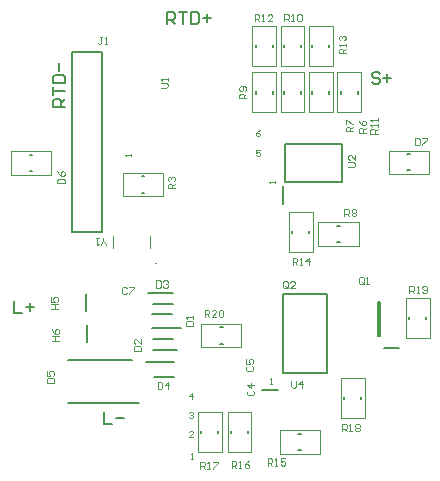
<source format=gto>
G04 Layer_Color=65535*
%FSLAX25Y25*%
%MOIN*%
G70*
G01*
G75*
%ADD29C,0.00787*%
%ADD49C,0.00394*%
%ADD50C,0.00600*%
%ADD51C,0.00472*%
D29*
X-38996Y1890D02*
Y61890D01*
X-48996Y1890D02*
Y61890D01*
Y1890D02*
X-38996D01*
X-48996Y61890D02*
X-38996D01*
X-50295Y-40799D02*
X-29232D01*
X-50295Y-55067D02*
X-26870D01*
X-44094Y-34646D02*
Y-29134D01*
X-44291Y-24409D02*
Y-18898D01*
X-22047Y-22047D02*
X-15354D01*
X-23622Y-18504D02*
X-15354D01*
X-24508Y-41429D02*
X-14980D01*
X-21673Y-46350D02*
X-14980D01*
X-22244Y-33957D02*
X-15551D01*
X-22244Y-37500D02*
X-13976D01*
X-22323Y-30224D02*
X-12795D01*
X-22323Y-25303D02*
X-15630D01*
X14075Y-50886D02*
X19587D01*
X21240Y11122D02*
Y17126D01*
X21752Y18504D02*
X41043D01*
Y31102D01*
X21752D02*
X41043D01*
X21752Y18504D02*
Y31102D01*
X54823Y-36740D02*
X59744D01*
X53445Y-32803D02*
Y-21307D01*
X52854D02*
X53445D01*
X52854Y-32803D02*
Y-21307D01*
Y-32803D02*
X53445D01*
X53411Y54461D02*
X52755Y55117D01*
X51443D01*
X50787Y54461D01*
Y53805D01*
X51443Y53149D01*
X52755D01*
X53411Y52493D01*
Y51837D01*
X52755Y51181D01*
X51443D01*
X50787Y51837D01*
X54723Y53149D02*
X57347D01*
X56035Y54461D02*
Y51837D01*
X-17323Y71161D02*
Y75097D01*
X-15355D01*
X-14699Y74441D01*
Y73129D01*
X-15355Y72473D01*
X-17323D01*
X-16011D02*
X-14699Y71161D01*
X-13387Y75097D02*
X-10763D01*
X-12075D01*
Y71161D01*
X-9451Y75097D02*
Y71161D01*
X-7484D01*
X-6827Y71817D01*
Y74441D01*
X-7484Y75097D01*
X-9451D01*
X-5516Y73129D02*
X-2892D01*
X-4204Y74441D02*
Y71817D01*
X-51575Y43701D02*
X-55510D01*
Y45669D01*
X-54855Y46325D01*
X-53543D01*
X-52887Y45669D01*
Y43701D01*
Y45013D02*
X-51575Y46325D01*
X-55510Y47637D02*
Y50260D01*
Y48948D01*
X-51575D01*
X-55510Y51572D02*
X-51575D01*
Y53540D01*
X-52231Y54196D01*
X-54855D01*
X-55510Y53540D01*
Y51572D01*
X-53543Y55508D02*
Y58132D01*
X-38287Y-58072D02*
Y-62008D01*
X-35664D01*
X-34352Y-60040D02*
X-31728D01*
X-68405Y-21064D02*
Y-25000D01*
X-65782D01*
X-64470Y-23032D02*
X-61846D01*
X-63158Y-21720D02*
Y-24344D01*
D49*
X-20961Y-8752D02*
G03*
X-21354Y-8752I-197J0D01*
G01*
D02*
G03*
X-20961Y-8752I197J0D01*
G01*
X-22929Y-3437D02*
Y500D01*
X-35528Y-3437D02*
Y500D01*
X-18799Y13780D02*
Y21654D01*
X-32185D02*
X-18799D01*
X-32185Y13780D02*
Y21654D01*
Y13780D02*
X-18799D01*
X-7087Y-71457D02*
X787D01*
Y-58071D01*
X-7087D02*
X787D01*
X-7087Y-71457D02*
Y-58071D01*
X2756Y-71457D02*
X10630D01*
Y-58071D01*
X2756D02*
X10630D01*
X2756Y-71457D02*
Y-58071D01*
X-6004Y-36516D02*
Y-28642D01*
Y-36516D02*
X7382D01*
Y-28642D01*
X-6004D02*
X7382D01*
X40551Y-60138D02*
X48425D01*
Y-46752D01*
X40551D02*
X48425D01*
X40551Y-60138D02*
Y-46752D01*
X33465Y-72047D02*
Y-64173D01*
X20079D02*
X33465D01*
X20079Y-72047D02*
Y-64173D01*
Y-72047D02*
X33465D01*
X62205Y-33465D02*
X70079D01*
Y-20079D01*
X62205D02*
X70079D01*
X62205Y-33465D02*
Y-20079D01*
X37795Y41732D02*
Y55118D01*
X29921Y41732D02*
X37795D01*
X29921D02*
Y55118D01*
X37795D01*
X20472Y41732D02*
Y55118D01*
X28346D01*
Y41732D02*
Y55118D01*
X20472Y41732D02*
X28346D01*
X33071Y-2756D02*
X46457D01*
X33071D02*
Y5118D01*
X46457D01*
Y-2756D02*
Y5118D01*
X11024Y41732D02*
Y55118D01*
X18898D01*
Y41732D02*
Y55118D01*
X11024Y41732D02*
X18898D01*
X28346Y57087D02*
Y70472D01*
X20472Y57087D02*
X28346D01*
X20472D02*
Y70472D01*
X28346D01*
X47244Y41732D02*
Y55118D01*
X39370Y41732D02*
X47244D01*
X39370D02*
Y55118D01*
X47244D01*
X18898Y57087D02*
Y70472D01*
X11024Y57087D02*
X18898D01*
X11024D02*
Y70472D01*
X18898D01*
X29921Y57087D02*
Y70472D01*
X37795D01*
Y57087D02*
Y70472D01*
X29921Y57087D02*
X37795D01*
X56406Y29004D02*
X69791D01*
Y21130D02*
Y29004D01*
X56406Y21130D02*
X69791D01*
X56406D02*
Y29004D01*
X-69398Y20996D02*
X-56012D01*
X-69398D02*
Y28870D01*
X-56012D01*
Y20996D02*
Y28870D01*
X23228Y-4724D02*
Y8661D01*
X31102D01*
Y-4724D02*
Y8661D01*
X23228Y-4724D02*
X31102D01*
X18504Y18110D02*
Y18766D01*
Y18438D01*
X16536D01*
X16864Y18110D01*
X16929Y-48819D02*
X17585D01*
X17257D01*
Y-46851D01*
X16929Y-47179D01*
X-29331Y27362D02*
Y28018D01*
Y27690D01*
X-31299D01*
X-30971Y27362D01*
X13517Y35826D02*
X12861Y35498D01*
X12205Y34842D01*
Y34186D01*
X12533Y33858D01*
X13189D01*
X13517Y34186D01*
Y34514D01*
X13189Y34842D01*
X12205D01*
X13517Y29133D02*
X12205D01*
Y28149D01*
X12861Y28477D01*
X13189D01*
X13517Y28149D01*
Y27493D01*
X13189Y27165D01*
X12533D01*
X12205Y27493D01*
X-8957Y-53839D02*
Y-51871D01*
X-9941Y-52855D01*
X-8629D01*
X-8727Y-66339D02*
X-10039D01*
X-8727Y-65027D01*
Y-64699D01*
X-9055Y-64371D01*
X-9711D01*
X-10039Y-64699D01*
X-9941Y-58498D02*
X-9613Y-58170D01*
X-8957D01*
X-8629Y-58498D01*
Y-58826D01*
X-8957Y-59154D01*
X-9285D01*
X-8957D01*
X-8629Y-59482D01*
Y-59810D01*
X-8957Y-60138D01*
X-9613D01*
X-9941Y-59810D01*
X-9547Y-73917D02*
X-8891D01*
X-9219D01*
Y-71949D01*
X-9547Y-72277D01*
D50*
X-25892Y20517D02*
X-25092D01*
X-25892Y14917D02*
X-25092D01*
X-350Y-65164D02*
Y-64364D01*
X-5950Y-65164D02*
Y-64364D01*
X9493Y-65164D02*
Y-64364D01*
X3893Y-65164D02*
Y-64364D01*
X289Y-35379D02*
X1089D01*
X289Y-29779D02*
X1089D01*
X47288Y-53845D02*
Y-53045D01*
X41688Y-53845D02*
Y-53045D01*
X26372Y-65310D02*
X27172D01*
X26372Y-70910D02*
X27172D01*
X68942Y-27172D02*
Y-26372D01*
X63342Y-27172D02*
Y-26372D01*
X36658Y48025D02*
Y48825D01*
X31058Y48025D02*
Y48825D01*
X21609Y48025D02*
Y48825D01*
X27209Y48025D02*
Y48825D01*
X39364Y-1619D02*
X40164D01*
X39364Y3981D02*
X40164D01*
X12161Y48025D02*
Y48825D01*
X17761Y48025D02*
Y48825D01*
X27209Y63380D02*
Y64179D01*
X21610Y63380D02*
Y64179D01*
X46107Y48025D02*
Y48825D01*
X40507Y48025D02*
Y48825D01*
X17761Y63380D02*
Y64179D01*
X12161Y63380D02*
Y64179D01*
X31058Y63380D02*
Y64179D01*
X36658Y63380D02*
Y64179D01*
X21153Y-45196D02*
X35753D01*
Y-18796D01*
X21153D02*
X35753D01*
X21153Y-45196D02*
Y-18796D01*
X62699Y27867D02*
X63499D01*
X62692Y22409D02*
X63492D01*
X-63105Y22133D02*
X-62305D01*
X-63098Y27591D02*
X-62298D01*
X24365Y1568D02*
Y2369D01*
X29823Y1562D02*
Y2362D01*
D51*
X65354Y33070D02*
Y30709D01*
X66535D01*
X66929Y31102D01*
Y32677D01*
X66535Y33070D01*
X65354D01*
X67716D02*
X69290D01*
Y32677D01*
X67716Y31102D01*
Y30709D01*
X-53936Y18110D02*
X-51575D01*
Y19291D01*
X-51968Y19684D01*
X-53543D01*
X-53936Y19291D01*
Y18110D01*
Y22046D02*
X-53543Y21259D01*
X-52755Y20472D01*
X-51968D01*
X-51575Y20865D01*
Y21652D01*
X-51968Y22046D01*
X-52362D01*
X-52755Y21652D01*
Y20472D01*
X9646Y-50985D02*
X9253Y-51378D01*
Y-52166D01*
X9646Y-52559D01*
X11221D01*
X11614Y-52166D01*
Y-51378D01*
X11221Y-50985D01*
X11614Y-49017D02*
X9253D01*
X10434Y-50198D01*
Y-48623D01*
X9351Y-42816D02*
X8958Y-43209D01*
Y-43996D01*
X9351Y-44390D01*
X10925D01*
X11319Y-43996D01*
Y-43209D01*
X10925Y-42816D01*
X8958Y-40454D02*
Y-42028D01*
X10138D01*
X9745Y-41241D01*
Y-40848D01*
X10138Y-40454D01*
X10925D01*
X11319Y-40848D01*
Y-41635D01*
X10925Y-42028D01*
X-30906Y-16831D02*
X-31300Y-16438D01*
X-32087D01*
X-32480Y-16831D01*
Y-18406D01*
X-32087Y-18799D01*
X-31300D01*
X-30906Y-18406D01*
X-30119Y-16438D02*
X-28545D01*
Y-16831D01*
X-30119Y-18406D01*
Y-18799D01*
X-11220Y-29331D02*
X-8858D01*
Y-28150D01*
X-9252Y-27756D01*
X-10826D01*
X-11220Y-28150D01*
Y-29331D01*
X-8858Y-26969D02*
Y-26182D01*
Y-26576D01*
X-11220D01*
X-10826Y-26969D01*
X-28543Y-37697D02*
X-26181D01*
Y-36516D01*
X-26575Y-36123D01*
X-28149D01*
X-28543Y-36516D01*
Y-37697D01*
X-26181Y-33761D02*
Y-35335D01*
X-27755Y-33761D01*
X-28149D01*
X-28543Y-34155D01*
Y-34942D01*
X-28149Y-35335D01*
X-21063Y-14272D02*
Y-16634D01*
X-19882D01*
X-19489Y-16240D01*
Y-14666D01*
X-19882Y-14272D01*
X-21063D01*
X-18702Y-14666D02*
X-18308Y-14272D01*
X-17521D01*
X-17127Y-14666D01*
Y-15060D01*
X-17521Y-15453D01*
X-17914D01*
X-17521D01*
X-17127Y-15847D01*
Y-16240D01*
X-17521Y-16634D01*
X-18308D01*
X-18702Y-16240D01*
X-20571Y-48032D02*
Y-50394D01*
X-19390D01*
X-18997Y-50000D01*
Y-48426D01*
X-19390Y-48032D01*
X-20571D01*
X-17029Y-50394D02*
Y-48032D01*
X-18209Y-49213D01*
X-16635D01*
X-57480Y-48425D02*
X-55118D01*
Y-47245D01*
X-55512Y-46851D01*
X-57086D01*
X-57480Y-47245D01*
Y-48425D01*
Y-44489D02*
Y-46064D01*
X-56299D01*
X-56692Y-45277D01*
Y-44883D01*
X-56299Y-44489D01*
X-55512D01*
X-55118Y-44883D01*
Y-45670D01*
X-55512Y-46064D01*
X-56102Y-23819D02*
X-53740D01*
X-54921D01*
Y-22245D01*
X-56102D01*
X-53740D01*
X-56102Y-19883D02*
Y-21457D01*
X-54921D01*
X-55314Y-20670D01*
Y-20277D01*
X-54921Y-19883D01*
X-54134D01*
X-53740Y-20277D01*
Y-21064D01*
X-54134Y-21457D01*
X-55806Y-34449D02*
X-53445D01*
X-54626D01*
Y-32875D01*
X-55806D01*
X-53445D01*
X-55806Y-30513D02*
X-55413Y-31300D01*
X-54626Y-32087D01*
X-53838D01*
X-53445Y-31694D01*
Y-30907D01*
X-53838Y-30513D01*
X-54232D01*
X-54626Y-30907D01*
Y-32087D01*
X-38977Y66928D02*
X-39764D01*
X-39371D01*
Y64960D01*
X-39764Y64567D01*
X-40158D01*
X-40551Y64960D01*
X-38190Y64567D02*
X-37403D01*
X-37796D01*
Y66928D01*
X-38190Y66535D01*
X-14862Y16437D02*
X-17224D01*
Y17618D01*
X-16830Y18011D01*
X-16043D01*
X-15649Y17618D01*
Y16437D01*
Y17224D02*
X-14862Y18011D01*
X-16830Y18798D02*
X-17224Y19192D01*
Y19979D01*
X-16830Y20373D01*
X-16436D01*
X-16043Y19979D01*
Y19586D01*
Y19979D01*
X-15649Y20373D01*
X-15256D01*
X-14862Y19979D01*
Y19192D01*
X-15256Y18798D01*
X48819Y35039D02*
X46457D01*
Y36220D01*
X46851Y36614D01*
X47638D01*
X48032Y36220D01*
Y35039D01*
Y35827D02*
X48819Y36614D01*
X46457Y38975D02*
X46851Y38188D01*
X47638Y37401D01*
X48425D01*
X48819Y37794D01*
Y38581D01*
X48425Y38975D01*
X48032D01*
X47638Y38581D01*
Y37401D01*
X44488Y35433D02*
X42127D01*
Y36614D01*
X42520Y37007D01*
X43308D01*
X43701Y36614D01*
Y35433D01*
Y36220D02*
X44488Y37007D01*
X42127Y37795D02*
Y39369D01*
X42520D01*
X44095Y37795D01*
X44488D01*
X41732Y7087D02*
Y9448D01*
X42913D01*
X43307Y9054D01*
Y8267D01*
X42913Y7874D01*
X41732D01*
X42519D02*
X43307Y7087D01*
X44094Y9054D02*
X44487Y9448D01*
X45274D01*
X45668Y9054D01*
Y8661D01*
X45274Y8267D01*
X45668Y7874D01*
Y7480D01*
X45274Y7087D01*
X44487D01*
X44094Y7480D01*
Y7874D01*
X44487Y8267D01*
X44094Y8661D01*
Y9054D01*
X44487Y8267D02*
X45274D01*
X9055Y46457D02*
X6694D01*
Y47637D01*
X7087Y48031D01*
X7874D01*
X8268Y47637D01*
Y46457D01*
Y47244D02*
X9055Y48031D01*
X8662Y48818D02*
X9055Y49212D01*
Y49999D01*
X8662Y50392D01*
X7087D01*
X6694Y49999D01*
Y49212D01*
X7087Y48818D01*
X7481D01*
X7874Y49212D01*
Y50392D01*
X21654Y72047D02*
Y74409D01*
X22834D01*
X23228Y74015D01*
Y73228D01*
X22834Y72834D01*
X21654D01*
X22441D02*
X23228Y72047D01*
X24015D02*
X24802D01*
X24408D01*
Y74409D01*
X24015Y74015D01*
X25983D02*
X26376Y74409D01*
X27164D01*
X27557Y74015D01*
Y72441D01*
X27164Y72047D01*
X26376D01*
X25983Y72441D01*
Y74015D01*
X52756Y34646D02*
X50394D01*
Y35826D01*
X50788Y36220D01*
X51575D01*
X51969Y35826D01*
Y34646D01*
Y35433D02*
X52756Y36220D01*
Y37007D02*
Y37794D01*
Y37401D01*
X50394D01*
X50788Y37007D01*
X52756Y38975D02*
Y39762D01*
Y39369D01*
X50394D01*
X50788Y38975D01*
X11811Y72047D02*
Y74409D01*
X12992D01*
X13385Y74015D01*
Y73228D01*
X12992Y72834D01*
X11811D01*
X12598D02*
X13385Y72047D01*
X14173D02*
X14960D01*
X14566D01*
Y74409D01*
X14173Y74015D01*
X17715Y72047D02*
X16140D01*
X17715Y73621D01*
Y74015D01*
X17321Y74409D01*
X16534D01*
X16140Y74015D01*
X42126Y61417D02*
X39764D01*
Y62598D01*
X40158Y62992D01*
X40945D01*
X41339Y62598D01*
Y61417D01*
Y62204D02*
X42126Y62992D01*
Y63779D02*
Y64566D01*
Y64172D01*
X39764D01*
X40158Y63779D01*
Y65747D02*
X39764Y66140D01*
Y66927D01*
X40158Y67321D01*
X40552D01*
X40945Y66927D01*
Y66534D01*
Y66927D01*
X41339Y67321D01*
X41732D01*
X42126Y66927D01*
Y66140D01*
X41732Y65747D01*
X16142Y-75984D02*
Y-73623D01*
X17323D01*
X17716Y-74016D01*
Y-74804D01*
X17323Y-75197D01*
X16142D01*
X16929D02*
X17716Y-75984D01*
X18503D02*
X19290D01*
X18897D01*
Y-73623D01*
X18503Y-74016D01*
X22045Y-73623D02*
X20471D01*
Y-74804D01*
X21258Y-74410D01*
X21652D01*
X22045Y-74804D01*
Y-75591D01*
X21652Y-75984D01*
X20865D01*
X20471Y-75591D01*
X4134Y-76772D02*
Y-74410D01*
X5315D01*
X5708Y-74804D01*
Y-75591D01*
X5315Y-75985D01*
X4134D01*
X4921D02*
X5708Y-76772D01*
X6495D02*
X7282D01*
X6889D01*
Y-74410D01*
X6495Y-74804D01*
X10037Y-74410D02*
X9250Y-74804D01*
X8463Y-75591D01*
Y-76378D01*
X8857Y-76772D01*
X9644D01*
X10037Y-76378D01*
Y-75985D01*
X9644Y-75591D01*
X8463D01*
X-6299Y-77067D02*
Y-74705D01*
X-5119D01*
X-4725Y-75099D01*
Y-75886D01*
X-5119Y-76280D01*
X-6299D01*
X-5512D02*
X-4725Y-77067D01*
X-3938D02*
X-3151D01*
X-3544D01*
Y-74705D01*
X-3938Y-75099D01*
X-1970Y-74705D02*
X-396D01*
Y-75099D01*
X-1970Y-76673D01*
Y-77067D01*
X40945Y-64567D02*
Y-62205D01*
X42126D01*
X42519Y-62599D01*
Y-63386D01*
X42126Y-63780D01*
X40945D01*
X41732D02*
X42519Y-64567D01*
X43306D02*
X44093D01*
X43700D01*
Y-62205D01*
X43306Y-62599D01*
X45274D02*
X45668Y-62205D01*
X46455D01*
X46848Y-62599D01*
Y-62993D01*
X46455Y-63386D01*
X46848Y-63780D01*
Y-64173D01*
X46455Y-64567D01*
X45668D01*
X45274Y-64173D01*
Y-63780D01*
X45668Y-63386D01*
X45274Y-62993D01*
Y-62599D01*
X45668Y-63386D02*
X46455D01*
X63386Y-18504D02*
Y-16142D01*
X64566D01*
X64960Y-16536D01*
Y-17323D01*
X64566Y-17717D01*
X63386D01*
X64173D02*
X64960Y-18504D01*
X65747D02*
X66534D01*
X66141D01*
Y-16142D01*
X65747Y-16536D01*
X67715Y-18110D02*
X68109Y-18504D01*
X68896D01*
X69289Y-18110D01*
Y-16536D01*
X68896Y-16142D01*
X68109D01*
X67715Y-16536D01*
Y-16930D01*
X68109Y-17323D01*
X69289D01*
X-4921Y-26378D02*
Y-24016D01*
X-3740D01*
X-3347Y-24410D01*
Y-25197D01*
X-3740Y-25591D01*
X-4921D01*
X-4134D02*
X-3347Y-26378D01*
X-986D02*
X-2560D01*
X-986Y-24804D01*
Y-24410D01*
X-1379Y-24016D01*
X-2166D01*
X-2560Y-24410D01*
X-198D02*
X195Y-24016D01*
X982D01*
X1376Y-24410D01*
Y-25984D01*
X982Y-26378D01*
X195D01*
X-198Y-25984D01*
Y-24410D01*
X-19586Y50000D02*
X-17618D01*
X-17224Y50394D01*
Y51181D01*
X-17618Y51574D01*
X-19586D01*
X-17224Y52361D02*
Y53149D01*
Y52755D01*
X-19586D01*
X-19192Y52361D01*
X43013Y23524D02*
X44980D01*
X45374Y23917D01*
Y24704D01*
X44980Y25098D01*
X43013D01*
X45374Y27459D02*
Y25885D01*
X43800Y27459D01*
X43406D01*
X43013Y27066D01*
Y26279D01*
X43406Y25885D01*
X24016Y-47639D02*
Y-49606D01*
X24409Y-50000D01*
X25196D01*
X25590Y-49606D01*
Y-47639D01*
X27558Y-50000D02*
Y-47639D01*
X26377Y-48819D01*
X27951D01*
X-37894Y-2361D02*
Y-1968D01*
X-38681Y-1181D01*
X-39468Y-1968D01*
Y-2361D01*
X-38681Y-1181D02*
Y0D01*
X-40255D02*
X-41042D01*
X-40649D01*
Y-2361D01*
X-40255Y-1968D01*
X48198Y-15090D02*
Y-13516D01*
X47804Y-13122D01*
X47017D01*
X46624Y-13516D01*
Y-15090D01*
X47017Y-15484D01*
X47804D01*
X47411Y-14696D02*
X48198Y-15484D01*
X47804D02*
X48198Y-15090D01*
X48985Y-15484D02*
X49772D01*
X49379D01*
Y-13122D01*
X48985Y-13516D01*
X22834Y-16536D02*
Y-14961D01*
X22441Y-14568D01*
X21653D01*
X21260Y-14961D01*
Y-16536D01*
X21653Y-16929D01*
X22441D01*
X22047Y-16142D02*
X22834Y-16929D01*
X22441D02*
X22834Y-16536D01*
X25196Y-16929D02*
X23621D01*
X25196Y-15355D01*
Y-14961D01*
X24802Y-14568D01*
X24015D01*
X23621Y-14961D01*
X24409Y-9055D02*
Y-6694D01*
X25590D01*
X25984Y-7087D01*
Y-7874D01*
X25590Y-8268D01*
X24409D01*
X25197D02*
X25984Y-9055D01*
X26771D02*
X27558D01*
X27165D01*
Y-6694D01*
X26771Y-7087D01*
X29919Y-9055D02*
Y-6694D01*
X28739Y-7874D01*
X30313D01*
M02*

</source>
